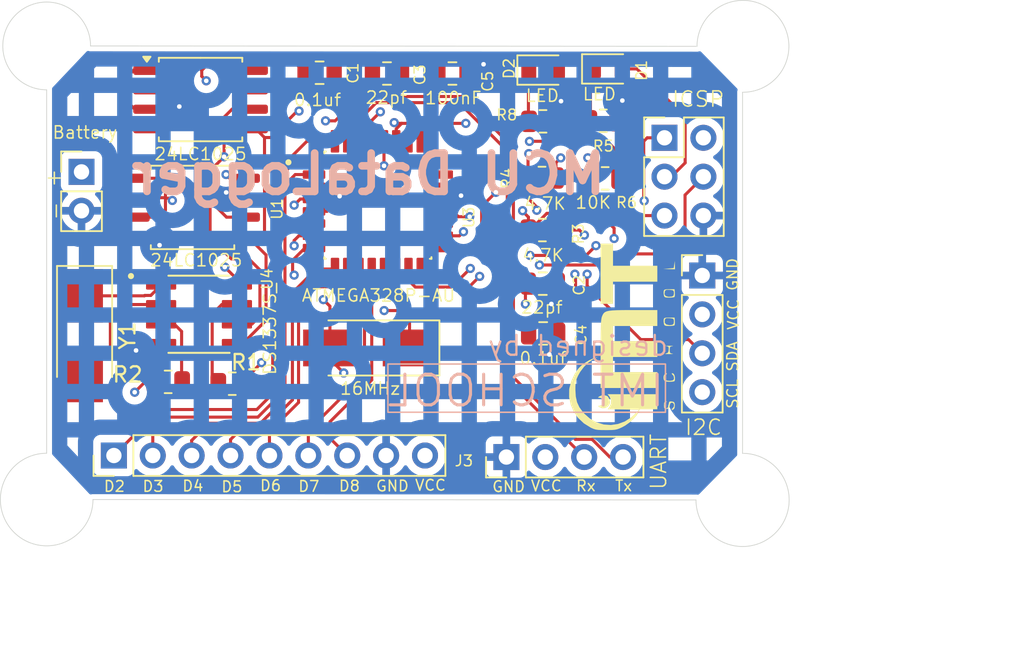
<source format=kicad_pcb>
(kicad_pcb (version 20240108) (generator "pcbnew") (generator_version "8.0")
  (layers (0 "F.Cu" mixed) (1 "In1.Cu" mixed) (2 "In2.Cu" mixed) (31 "B.Cu" mixed) (34 "B.Paste" user) (35 "F.Paste" user) (36 "B.SilkS" user "B.Silkscreen") (37 "F.SilkS" user "F.Silkscreen") (38 "B.Mask" user) (39 "F.Mask" user) (44 "Edge.Cuts" user))
  (net 0 "")
  (net 1 "GND")
  (net 2 "/Vcc")
  (net 3 "/SCL")
  (net 4 "/SDA")
  (net 5 "/Tx")
  (net 6 "/Rx")
  (net 7 "/D4")
  (net 8 "/D8")
  (net 9 "/D7")
  (net 10 "/D2")
  (net 11 "/D5")
  (net 12 "/D6")
  (net 13 "/D3")
  (net 14 "/MISO")
  (net 15 "/MOSI")
  (net 16 "/RESET")
  (net 26 "Net-(D1-K)")
  (net 27 "Net-(D2-K)")
  (net 28 "Net-(U4-~{INTA})")
  (net 29 "Net-(U4-SQW{slash}~INT)")
  (net 30 "Net-(U3-PB6)")
  (net 31 "Net-(U3-PB7)")
  (net 32 "Net-(U3-AREF)")
  (net 33 "/x2")
  (net 34 "/x1")
  (net 35 "/SCK")
  (footprint "Package_SO:SOIC-8_5.23x5.23mm_P1.27mm" (layer "F.Cu") (at 126.815 80.59)
    (property "Reference" "U2" (hide yes))
    (property "Value" "24LC1025")
  )
  (footprint "Package_SO:SOIC-8_5.23x5.23mm_P1.27mm" (layer "F.Cu") (at 126.2925 87.6375)
    (property "Reference" "U1")
    (property "Value" "24LC1025")
  )
  (footprint "Capacitor_SMD:C_0805_2012Metric" (layer "F.Cu") (at 134.59 78.84)
    (property "Reference" "C1")
    (property "Value" "0.1uf")
  )
  (footprint "Connector_PinHeader_2.54mm:PinHeader_1x09_P2.54mm_Vertical" (layer "F.Cu") (at 121.155 103.84 90)
    (property "Reference" "J3")
    (property "Value" "Conn_01x09_Pin" (hide yes))
  )
  (footprint "logo_Footprints:IMT_LOGO2" (layer "F.Cu") (at 154.332258 96.249112 90)
    (property "Reference" "G***" (hide yes))
    (property "Value" "LOGO" (hide yes))
  )
  (footprint "Resistor_SMD:R_0805_2012Metric" (layer "F.Cu") (at 153.24 85.74)
    (property "Reference" "R6")
    (property "Value" "10K")
  )
  (footprint "Crystal:Crystal_SMD_5032-2Pin_5.0x3.2mm_HandSoldering" (layer "F.Cu") (at 119.24 96.01 -90)
    (property "Reference" "Y1")
    (property "Value" "32.768KHz")
  )
  (footprint "MountingHole:MountingHole_2.1mm" (layer "F.Cu") (at 162.29 106.715)
    (property "Reference" "H4" (hide yes))
    (property "Value" "MountingHole" (hide yes))
  )
  (footprint "Resistor_SMD:R_0805_2012Metric" (layer "F.Cu") (at 149.18 82.015)
    (property "Reference" "R8")
    (property "Value" "330")
  )
  (footprint "Resistor_SMD:R_0805_2012Metric" (layer "F.Cu") (at 124.7 99.03 180)
    (property "Reference" "R2")
    (property "Value" "10")
  )
  (footprint "footprints:QFP80P900X900X120-32N" (layer "F.Cu") (at 138.395 87.49)
    (property "Reference" "U3")
    (property "Value" "ATMEGA328P-AU")
  )
  (footprint "footprints:SOIC127P600X175-8N" (layer "F.Cu") (at 126.715 94.615)
    (property "Reference" "U4")
    (property "Value" "DS1337S_")
  )
  (footprint "MountingHole:MountingHole_2.1mm" (layer "F.Cu") (at 116.765 106.715)
    (property "Reference" "H3" (hide yes))
    (property "Value" "MountingHole" (hide yes))
  )
  (footprint "Capacitor_SMD:C_0805_2012Metric" (layer "F.Cu") (at 143.265 78.89)
    (property "Reference" "C5")
    (property "Value" "100nF")
  )
  (footprint "Resistor_SMD:R_0805_2012Metric" (layer "F.Cu") (at 149.14 89.115 180)
    (property "Reference" "R3")
    (property "Value" "4.7K")
  )
  (footprint "Connector_PinHeader_2.54mm:PinHeader_2x03_P2.54mm_Vertical" (layer "F.Cu") (at 157.115 83.09)
    (property "Reference" "J4" (hide yes))
    (property "Value" "Conn_02x03_Odd_Even" (hide yes))
  )
  (footprint "Crystal:Crystal_SMD_5032-2Pin_5.0x3.2mm_HandSoldering" (layer "F.Cu") (at 137.865 96.815 180)
    (property "Reference" "Y2" (hide yes))
    (property "Value" "16MHz")
  )
  (footprint "Capacitor_SMD:C_0805_2012Metric" (layer "F.Cu") (at 138.99 78.89)
    (property "Reference" "C3")
    (property "Value" "22pf")
  )
  (footprint "Resistor_SMD:R_0805_2012Metric" (layer "F.Cu") (at 149.115 85.715 180)
    (property "Reference" "R4")
    (property "Value" "4.7K")
  )
  (footprint "MountingHole:MountingHole_2.1mm" (layer "F.Cu") (at 116.765 77.115)
    (property "Reference" "H1" (hide yes))
    (property "Value" "MountingHole" (hide yes))
  )
  (footprint "Capacitor_SMD:C_0805_2012Metric" (layer "F.Cu") (at 149.19 95.865 180)
    (property "Reference" "C4")
    (property "Value" "0.1uf")
  )
  (footprint "Capacitor_SMD:C_0805_2012Metric" (layer "F.Cu") (at 149.165 92.615 180)
    (property "Reference" "C2")
    (property "Value" "22pf")
  )
  (footprint "MountingHole:MountingHole_2.1mm" (layer "F.Cu") (at 162.265 77.14)
    (property "Reference" "H2" (hide yes))
    (property "Value" "MountingHole" (hide yes))
  )
  (footprint "LED_SMD:LED_0805_2012Metric" (layer "F.Cu") (at 153.415 78.59)
    (property "Reference" "D1")
    (property "Value" "LED")
  )
  (footprint "Resistor_SMD:R_0805_2012Metric" (layer "F.Cu") (at 153.12 81.98 180)
    (property "Reference" "R5")
    (property "Value" "330")
  )
  (footprint "Connector_PinHeader_2.54mm:PinHeader_1x02_P2.54mm_Vertical" (layer "F.Cu") (at 119.04 85.315)
    (property "Reference" "BT1" (hide yes))
    (property "Value" "Battery")
  )
  (footprint "LED_SMD:LED_0805_2012Metric" (layer "F.Cu") (at 149.19 78.665)
    (property "Reference" "D2")
    (property "Value" "LED")
  )
  (footprint "Connector_PinHeader_2.54mm:PinHeader_1x04_P2.54mm_Vertical" (layer "F.Cu") (at 159.5825 92.0825)
    (property "Reference" "J1" (hide yes))
    (property "Value" "Conn_01x04_Pin" (hide yes))
  )
  (footprint "Connector_PinHeader_2.54mm:PinHeader_1x04_P2.54mm_Vertical" (layer "F.Cu") (at 146.79 103.94 90)
    (property "Reference" "J2" (hide yes))
    (property "Value" "Conn_01x04_Pin" (hide yes))
  )
  (footprint "Resistor_SMD:R_0805_2012Metric" (layer "F.Cu") (at 128.885 99.15)
    (property "Reference" "R1")
    (property "Value" "10")
  )
  (gr_rect (start 139.0525 97.865) (end 157.1775 101.015) (stroke (width 0.1)) (fill none) (layer "B.SilkS"))
  (gr_arc (start 119.788346 106.715) (mid 114.627172 108.852828) (end 116.765 103.691654) (stroke (width 0.05)) (layer "Edge.Cuts"))
  (gr_line (start 116.765 79.955745) (end 116.765 103.691654) (stroke (width 0.05)) (layer "Edge.Cuts"))
  (gr_arc (start 116.765 79.955745) (mid 114.738612 75.063612) (end 119.630745 77.09) (stroke (width 0.05)) (layer "Edge.Cuts"))
  (gr_line (start 162.215 80.115) (end 162.215 103.697592) (stroke (width 0.05)) (layer "Edge.Cuts"))
  (gr_arc (start 162.215 103.697592) (mid 164.366307 108.891307) (end 159.172592 106.74) (stroke (width 0.05)) (layer "Edge.Cuts"))
  (gr_arc (start 159.239896 77.115) (mid 164.370214 75.002463) (end 162.215 80.115) (stroke (width 0.05)) (layer "Edge.Cuts"))
  (gr_line (start 119.788346 106.715) (end 159.172592 106.74) (stroke (width 0.05)) (layer "Edge.Cuts"))
  (gr_line (start 119.630745 77.09) (end 159.239896 77.115) (stroke (width 0.05)) (layer "Edge.Cuts"))
  (gr_text "IMT SCHOOL" (at 148.065 99.615 0) (layer "B.SilkS") (effects (font (size 2 2) (thickness 0.2)) (justify mirror)))
  (gr_text "MCU DataLogger" (at 153.525 86.92 0) (layer "B.SilkS") (effects (font (size 2.5 2.5) (thickness 0.5) (bold yes)) (justify left bottom mirror)))
  (gr_text "designed by " (at 157.4475 95.9075 0) (layer "B.SilkS") (effects (font (size 1.3 1.3)) (justify left top mirror)))
  (gr_text "SDA\n" (at 161.97 98.415 90) (layer "F.SilkS") (effects (font (size 0.7 0.7) (thickness 0.1)) (justify left bottom)))
  (gr_text "Rx" (at 151.28 106.23 0) (layer "F.SilkS") (effects (font (size 0.7 0.7) (thickness 0.1)) (justify left bottom)))
  (gr_text "D8" (at 135.79 106.24 0) (layer "F.SilkS") (effects (font (size 0.7 0.7) (thickness 0.1)) (justify left bottom)))
  (gr_text "UART" (at 157.315 106.145 90) (layer "F.SilkS") (effects (font (size 1 1) (thickness 0.1)) (justify left bottom)))
  (gr_text "D3" (at 122.965 106.265 0) (layer "F.SilkS") (effects (font (size 0.7 0.7) (thickness 0.1)) (justify left bottom)))
  (gr_text "GND\n" (at 161.97 93.14 90) (layer "F.SilkS") (effects (font (size 0.7 0.7) (thickness 0.1)) (justify left bottom)))
  (gr_text "I2C" (at 158.385 102.585 0) (layer "F.SilkS") (effects (font (size 1 1) (thickness 0.1)) (justify left bottom)))
  (gr_text "D6" (at 130.64 106.215 0) (layer "F.SilkS") (effects (font (size 0.7 0.7) (thickness 0.1)) (justify left bottom)))
  (gr_text "VCC" (at 148.33 106.23 0) (layer "F.SilkS") (effects (font (size 0.7 0.7) (thickness 0.1)) (justify left bottom)))
  (gr_text "GND\n" (at 145.805 106.28 0) (layer "F.SilkS") (effects (font (size 0.7 0.7) (thickness 0.1)) (justify left bottom)))
  (gr_text "GND" (at 138.215 106.24 0) (layer "F.SilkS") (effects (font (size 0.7 0.7) (thickness 0.1)) (justify left bottom)))
  (gr_text "-" (at 117.905 88.55 90) (layer "F.SilkS") (effects (font (size 1 1) (thickness 0.1)) (justify left bottom)))
  (gr_text "D5" (at 128.115 106.29 0) (layer "F.SilkS") (effects (font (size 0.7 0.7) (thickness 0.1)) (justify left bottom)))
  (gr_text "SCL\n" (at 161.97 100.84 90) (layer "F.SilkS") (effects (font (size 0.7 0.7) (thickness 0.1)) (justify left bottom)))
  (gr_text "VCC" (at 140.765 106.19 0) (layer "F.SilkS") (effects (font (size 0.7 0.7) (thickness 0.1)) (justify left bottom)))
  (gr_text "D4" (at 125.565 106.24 0) (layer "F.SilkS") (effects (font (size 0.7 0.7) (thickness 0.1)) (justify left bottom)))
  (gr_text "ICSP" (at 157.54 81.15 0) (layer "F.SilkS") (effects (font (size 1 1) (thickness 0.1)) (justify left bottom)))
  (gr_text "VCC" (at 162.02 95.69 90) (layer "F.SilkS") (effects (font (size 0.7 0.7) (thickness 0.1)) (justify left bottom)))
  (gr_text "+" (at 116.58 86.225 0) (layer "F.SilkS") (effects (font (size 1 1) (thickness 0.1)) (justify left bottom)))
  (gr_text "D2" (at 120.44 106.265 0) (layer "F.SilkS") (effects (font (size 0.7 0.7) (thickness 0.1)) (justify left bottom)))
  (gr_text "D7" (at 133.14 106.265 0) (layer "F.SilkS") (effects (font (size 0.7 0.7) (thickness 0.1)) (justify left bottom)))
  (gr_text "Tx" (at 153.83 106.23 0) (layer "F.SilkS") (effects (font (size 0.7 0.7) (thickness 0.1)) (justify left bottom)))
  (segment (start 150.115 92.615) (end 150.115 93.555) (width 0.2) (layer "F.Cu") (net 1))
  (segment (start 135.7475 87.0525) (end 135.8975 86.9025) (width 0.2) (layer "F.Cu") (net 1))
  (segment (start 126.9525 81.0475) (end 125.4275 81.0475) (width 0.2) (layer "F.Cu") (net 1))
  (segment (start 135.075 87.89) (end 134.225 87.89) (width 0.2) (layer "F.Cu") (net 1))
  (segment (start 122.6925 89.5425) (end 123.5775 89.5425) (width 0.2) (layer "F.Cu") (net 1))
  (segment (start 130.415 79.955) (end 128.045 79.955) (width 0.2) (layer "F.Cu") (net 1))
  (segment (start 142.565 87.09) (end 143.605 87.09) (width 0.2) (layer "F.Cu") (net 1))
  (segment (start 124.7375 81.1525) (end 124.7375 81.9825) (width 0.2) (layer "F.Cu") (net 1))
  (segment (start 129.8925 87.0025) (end 128.8325 87.0025) (width 0.2) (layer "F.Cu") (net 1))
  (segment (start 124.7375 81.1525) (end 125.3225 81.1525) (width 0.2) (layer "F.Cu") (net 1))
  (segment (start 154.3625 80.6575) (end 154.0325 80.9875) (width 0.2) (layer "F.Cu") (net 1))
  (segment (start 125.3225 81.1525) (end 125.4275 81.0475) (width 0.2) (layer "F.Cu") (net 1))
  (segment (start 143.605 87.09) (end 143.8275 86.8675) (width 0.2) (layer "F.Cu") (net 1))
  (segment (start 136.975 79.955) (end 138.04 78.89) (width 0.2) (layer "F.Cu") (net 1))
  (segment (start 150.0925 80.9625) (end 150.0925 82.015) (width 0.2) (layer "F.Cu") (net 1))
  (segment (start 135.4075 87.0525) (end 135.4075 87.5575) (width 0.2) (layer "F.Cu") (net 1))
  (segment (start 144.695 78.89) (end 145.2975 78.2875) (width 0.2) (layer "F.Cu") (net 1))
  (segment (start 130.415 79.955) (end 134.425 79.955) (width 0.2) (layer "F.Cu") (net 1))
  (segment (start 150.14 95.865) (end 150.14 96.7) (width 0.2) (layer "F.Cu") (net 1))
  (segment (start 154.0325 81.895) (end 154.1025 81.965) (width 0.2) (layer "F.Cu") (net 1))
  (segment (start 124.24 96.52) (end 123.06 96.52) (width 0.2) (layer "F.Cu") (net 1))
  (segment (start 123.215 79.955) (end 124.2 79.955) (width 0.2) (layer "F.Cu") (net 1))
  (segment (start 135.4075 87.5575) (end 135.075 87.89) (width 0.2) (layer "F.Cu") (net 1))
  (segment (start 135.4075 87.0525) (end 135.7475 87.0525) (width 0.2) (layer "F.Cu") (net 1))
  (segment (start 134.425 79.955) (end 136.975 79.955) (width 0.2) (layer "F.Cu") (net 1))
  (segment (start 124.2 79.955) (end 124.7375 80.4925) (width 0.2) (layer "F.Cu") (net 1))
  (segment (start 150.3575 80.6975) (end 150.0925 80.9625) (width 0.2) (layer "F.Cu") (net 1))
  (segment (start 124.7375 80.4925) (end 124.7375 81.1525) (width 0.2) (layer "F.Cu") (net 1))
  (segment (start 134.425 79.955) (end 135.54 78.84) (width 0.2) (layer "F.Cu") (net 1))
  (segment (start 150.115 93.555) (end 149.7275 93.9425) (width 0.2) (layer "F.Cu") (net 1))
  (segment (start 144.215 78.89) (end 144.695 78.89) (width 0.2) (layer "F.Cu") (net 1))
  (segment (start 135.4075 86.5625) (end 135.4075 87.0525) (width 0.2) (layer "F.Cu") (net 1))
  (segment (start 123.06 96.52) (end 122.6025 96.9775) (width 0.2) (layer "F.Cu") (net 1))
  (segment (start 128.8325 87.0025) (end 128.4875 86.6575) (width 0.2) (layer "F.Cu") (net 1))
  (segment (start 124.225 82.495) (end 123.215 82.495) (width 0.2) (layer "F.Cu") (net 1))
  (segment (start 124.7375 81.9825) (end 124.225 82.495) (width 0.2) (layer "F.Cu") (net 1))
  (segment (start 135.135 86.29) (end 135.4075 86.5625) (width 0.2) (layer "F.Cu") (net 1))
  (segment (start 150.14 96.7) (end 149.5975 97.2425) (width 0.2) (layer "F.Cu") (net 1))
  (segment (start 128.045 79.955) (end 126.9525 81.0475) (width 0.2) (layer "F.Cu") (net 1))
  (segment (start 134.225 86.29) (end 135.135 86.29) (width 0.2) (layer "F.Cu") (net 1))
  (segment (start 123.5775 89.5425) (end 124.1375 90.1025) (width 0.2) (layer "F.Cu") (net 1))
  (segment (start 154.0325 80.9875) (end 154.0325 81.895) (width 0.2) (layer "F.Cu") (net 1))
  (via (at 149.5975 97.2425) (size 0.6) (drill 0.3) (layers "F.Cu" "B.Cu") (net 1))
  (via (at 149.7275 93.9425) (size 0.6) (drill 0.3) (layers "F.Cu" "B.Cu") (net 1))
  (via (at 143.8275 86.8675) (size 0.6) (drill 0.3) (layers "F.Cu" "B.Cu") (net 1))
  (via (at 124.1375 90.1025) (size 0.6) (drill 0.3) (layers "F.Cu" "B.Cu") (net 1))
  (via (at 122.6025 96.9775) (size 0.6) (drill 0.3) (layers "F.Cu" "B.Cu") (net 1))
  (via (at 125.4275 81.0475) (size 0.6) (drill 0.3) (layers "F.Cu" "B.Cu") (net 1))
  (via (at 150.3575 80.6975) (size 0.6) (drill 0.3) (layers "F.Cu" "B.Cu") (net 1))
  (via (at 128.4875 86.6575) (size 0.6) (drill 0.3) (layers "F.Cu" "B.Cu") (net 1))
  (via (at 154.3625 80.6575) (size 0.6) (drill 0.3) (layers "F.Cu" "B.Cu") (net 1))
  (via (at 145.2975 78.2875) (size 0.6) (drill 0.3) (layers "F.Cu" "B.Cu") (net 1))
  (via (at 135.8975 86.9025) (size 0.6) (drill 0.3) (layers "F.Cu" "B.Cu") (net 1))
  (segment (start 124.5225 86.3025) (end 124.5225 87.0325) (width 0.2) (layer "F.Cu") (net 2))
  (segment (start 122.6925 85.7325) (end 123.9525 85.7325) (width 0.2) (layer "F.Cu") (net 2))
  (segment (start 130.415 78.685) (end 130.8625 78.2375) (width 0.2) (layer "F.Cu") (net 2))
  (segment (start 142.755 77.665) (end 149.1275 77.665) (width 0.2) (layer "F.Cu") (net 2))
  (segment (start 151.555 89.115) (end 151.8825 89.4425) (width 0.2) (layer "F.Cu") (net 2))
  (segment (start 142.315 78.89) (end 142.315 78.105) (width 0.2) (layer "F.Cu") (net 2))
  (segment (start 134.8025 77.6775) (end 133.64 78.84) (width 0.2) (layer "F.Cu") (net 2))
  (segment (start 130.8 97.775) (end 129.7775 98.7975) (width 0.2) (layer "F.Cu") (net 2))
  (segment (start 126.44 78.2325) (end 126.8925 78.685) (width 0.2) (layer "F.Cu") (net 2))
  (segment (start 126.8925 78.685) (end 127.34 78.2375) (width 0.2) (layer "F.Cu") (net 2))
  (segment (start 126.8925 79.0725) (end 127.1875 79.3675) (width 0.2) (layer "F.Cu") (net 2))
  (segment (start 132.9275 87.4875) (end 133.325 87.09) (width 0.2) (layer "F.Cu") (net 2))
  (segment (start 124.8225 87.0325) (end 124.9725 87.1825) (width 0.2) (layer "F.Cu") (net 2))
  (segment (start 122.6925 87.0025) (end 124.4925 87.0025) (width 0.2) (layer "F.Cu") (net 2))
  (segment (start 128.7225 85.7325) (end 128.4775 85.4875) (width 0.2) (layer "F.Cu") (net 2))
  (segment (start 122.445 78.685) (end 121.8375 79.2925) (width 0.2) (layer "F.Cu") (net 2))
  (segment (start 124.5225 87.0325) (end 124.5225 87.8125) (width 0.2) (layer "F.Cu") (net 2))
  (segment (start 150.0275 84.7125) (end 150.0275 85.715) (width 0.2) (layer "F.Cu") (net 2))
  (segment (start 133.0375 78.2375) (end 133.64 78.84) (width 0.2) (layer "F.Cu") (net 2))
  (segment (start 130.8625 78.2375) (end 133.0375 78.2375) (width 0.2) (layer "F.Cu") (net 2))
  (segment (start 133.325 87.09) (end 134.225 87.09) (width 0.2) (layer "F.Cu") (net 2))
  (segment (start 150.3375 84.4025) (end 150.0275 84.7125) (width 0.2) (layer "F.Cu") (net 2))
  (segment (start 142.315 78.105) (end 142.755 77.665) (width 0.2) (layer "F.Cu") (net 2))
  (segment (start 141.8875 77.6775) (end 134.8025 77.6775) (width 0.2) (layer "F.Cu") (net 2))
  (segment (start 143.72 89.49) (end 143.9875 89.2225) (width 0.2) (layer "F.Cu") (net 2))
  (segment (start 142.315 78.105) (end 141.8875 77.6775) (width 0.2) (layer "F.Cu") (net 2))
  (segment (start 123.215 78.685) (end 123.6675 78.2325) (width 0.2) (layer "F.Cu") (net 2))
  (segment (start 126.8925 78.685) (end 126.8925 79.0725) (width 0.2) (layer "F.Cu") (net 2))
  (segment (start 152.3275 84.6175) (end 152.3275 85.74) (width 0.2) (layer "F.Cu") (net 2))
  (segment (start 123.19 99.03) (end 122.5125 99.7075) (width 0.2) (layer "F.Cu") (net 2))
  (segment (start 129.8925 85.7325) (end 128.7225 85.7325) (width 0.2) (layer "F.Cu") (net 2))
  (segment (start 149.1275 77.665) (end 150.1275 78.665) (width 0.2) (layer "F.Cu") (net 2))
  (segment (start 150.0525 89.115) (end 151.555 89.115) (width 0.2) (layer "F.Cu") (net 2))
  (segment (start 129.9675 78.2375) (end 130.415 78.685) (width 0.2) (layer "F.Cu") (net 2))
  (segment (start 142.565 89.49) (end 143.72 89.49) (width 0.2) (layer "F.Cu") (net 2))
  (segment (start 127.34 78.2375) (end 129.9675 78.2375) (width 0.2) (layer "F.Cu") (net 2))
  (segment (start 129.19 92.325) (end 128.3975 91.5325) (width 0.2) (layer "F.Cu") (net 2))
  (segment (start 124.4925 87.0025) (end 124.5225 87.0325) (width 0.2) (layer "F.Cu") (net 2))
  (segment (start 124.5225 87.8125) (end 124.0625 88.2725) (width 0.2) (layer "F.Cu") (net 2))
  (segment (start 124.5225 87.0325) (end 124.8225 87.0325) (width 0.2) (layer "F.Cu") (net 2))
  (segment (start 122.525 81.225) (end 123.215 81.225) (width 0.2) (layer "F.Cu") (net 2))
  (segment (start 121.8375 80.5375) (end 122.525 81.225) (width 0.2) (layer "F.Cu") (net 2))
  (segment (start 123.6675 78.2325) (end 126.44 78.2325) (width 0.2) (layer "F.Cu") (net 2))
  (segment (start 129.19 92.71) (end 129.19 92.325) (width 0.2) (layer "F.Cu") (net 2))
  (segment (start 123.215 78.685) (end 122.445 78.685) (width 0.2) (layer "F.Cu") (net 2))
  (segment (start 152.1075 84.3975) (end 152.3275 84.6175) (width 0.2) (layer "F.Cu") (net 2))
  (segment (start 121.8375 79.2925) (end 121.8375 80.5375) (width 0.2) (layer "F.Cu") (net 2))
  (segment (start 123.7875 99.03) (end 123.19 99.03) (width 0.2) (layer "F.Cu") (net 2))
  (segment (start 129.7775 98.7975) (end 129.7775 99.215) (width 0.2) (layer "F.Cu") (net 2))
  (segment (start 123.9525 85.7325) (end 124.5225 86.3025) (width 0.2) (layer "F.Cu") (net 2))
  (segment (start 124.0625 88.2725) (end 122.6925 88.2725) (width 0.2) (layer "F.Cu") (net 2))
  (via (at 128.3975 91.5325) (size 0.6) (drill 0.3) (layers "F.Cu" "B.Cu") (net 2))
  (via (at 150.3375 84.4025) (size 0.6) (drill 0.3) (layers "F.Cu" "B.Cu") (net 2))
  (via (at 143.9875 89.2225) (size 0.6) (drill 0.3) (layers "F.Cu" "B.Cu") (net 2))
  (via (at 132.9275 87.4875) (size 0.6) (drill 0.3) (layers "F.Cu" "B.Cu") (net 2))
  (via (at 152.1075 84.3975) (size 0.6) (drill 0.3) (layers "F.Cu" "B.Cu") (net 2))
  (via (at 124.9725 87.1825) (size 0.6) (drill 0.3) (layers "F.Cu" "B.Cu") (net 2))
  (via (at 128.4775 85.4875) (size 0.6) (drill 0.3) (layers "F.Cu" "B.Cu") (net 2))
  (via (at 151.8825 89.4425) (size 0.6) (drill 0.3) (layers "F.Cu" "B.Cu") (net 2))
  (via (at 122.5125 99.7075) (size 0.6) (drill 0.3) (layers "F.Cu" "B.Cu") (net 2))
  (via (at 130.8 97.775) (size 0.6) (drill 0.3) (layers "F.Cu" "B.Cu") (net 2))
  (via (at 127.1875 79.3675) (size 0.6) (drill 0.3) (layers "F.Cu" "B.Cu") (net 2))
  (segment (start 128.3525 84.3275) (end 127.4375 85.2425) (width 0.2) (layer "F.Cu") (net 3))
  (segment (start 153.825 89.665) (end 153.825 88.995) (width 0.2) (layer "F.Cu") (net 3))
  (segment (start 153.825 88.995) (end 152.855 88.025) (width 0.2) (layer "F.Cu") (net 3))
  (segment (start 127.4375 85.2425) (end 127.4375 87.2) (width 0.2) (layer "F.Cu") (net 3))
  (segment (start 147.8475 87.8875) (end 148.2275 88.2675) (width 0.2) (layer "F.Cu") (net 3))
  (segment (start 130.175 95.25) (end 130.6925 94.7325) (width 0.2) (layer "F.Cu") (net 3))
  (segment (start 148.2275 88.2675) (end 148.2275 89.115) (width 0.2) (layer "F.Cu") (net 3))
  (segment (start 128.3525 81.7425) (end 128.3525 84.3275) (width 0.2) (layer "F.Cu") (net 3))
  (segment (start 127.4375 87.2) (end 128.51 88.2725) (width 0.2) (layer "F.Cu") (net 3))
  (segment (start 129.19 95.25) (end 130.175 95.25) (width 0.2) (layer "F.Cu") (net 3))
  (segment (start 152.855 88.025) (end 149.43 88.025) (width 0.2) (layer "F.Cu") (net 3))
  (segment (start 130.6925 91.7225) (end 129.9625 90.9925) (width 0.2) (layer "F.Cu") (net 3))
  (segment (start 138.795 84.915) (end 138.795 83.32) (width 0.2) (layer "F.Cu") (net 3))
  (segment (start 128.825 90.9925) (end 127.4375 89.605) (width 0.2) (layer "F.Cu") (net 3))
  (segment (start 128.51 88.2725) (end 129.8925 88.2725) (width 0.2) (layer "F.Cu") (net 3))
  (segment (start 148.34 89.115) (end 148.2275 89.115) (width 0.2) (layer "F.Cu") (net 3))
  (segment (start 129.9625 90.9925) (end 128.825 90.9925) (width 0.2) (layer "F.Cu") (net 3))
  (segment (start 130.415 81.225) (end 128.87 81.225) (width 0.2) (layer "F.Cu") (net 3))
  (segment (start 130.6925 94.7325) (end 130.6925 91.7225) (width 0.2) (layer "F.Cu") (net 3))
  (segment (start 138.7975 84.9175) (end 138.795 84.915) (width 0.2) (layer "F.Cu") (net 3))
  (segment (start 128.87 81.225) (end 128.3525 81.7425) (width 0.2) (layer "F.Cu") (net 3))
  (segment (start 127.4375 89.605) (end 127.4375 86.23) (width 0.2) (layer "F.Cu") (net 3))
  (segment (start 149.43 88.025) (end 148.34 89.115) (width 0.2) (layer "F.Cu") (net 3))
  (segment (start 147.8475 87.85) (end 147.8475 87.8875) (width 0.2) (layer "F.Cu") (net 3))
  (via (at 147.8475 87.85) (size 0.6) (drill 0.3) (layers "F.Cu" "B.Cu") (net 3))
  (via (at 138.7975 84.9175) (size 0.6) (drill 0.3) (layers "F.Cu" "B.Cu") (net 3))
  (via (at 128.3525 84.3275) (size 0.6) (drill 0.3) (layers "F.Cu" "B.Cu") (net 3))
  (via (at 153.825 89.665) (size 0.6) (drill 0.3) (layers "F.Cu" "B.Cu") (net 3))
  (segment (start 152.062503 92.762503) (end 155.5675 96.2675) (width 0.2) (layer "F.Cu") (net 4))
  (segment (start 133.1325 81.3425) (end 131.4025 83.0725) (width 0.2) (layer "F.Cu") (net 4))
  (segment (start 131.4025 83.0725) (end 130.9925 83.0725) (width 0.2) (layer "F.Cu") (net 4))
  (segment (start 129.19 96.52) (end 129.583106 96.52) (width 0.2) (layer "F.Cu") (net 4))
  (segment (start 148.2025 87.0425) (end 148.2025 85.715) (width 0.2) (layer "F.Cu") (net 4))
  (segment (start 139.5125 82.1475) (end 139.4625 82.0975) (width 0.2) (layer "F.Cu") (net 4))
  (segment (start 148.772483 87.612483) (end 148.2025 87.0425) (width 0.2) (layer "F.Cu") (net 4))
  (segment (start 139.9525 82.1475) (end 139.5125 82.1475) (width 0.2) (layer "F.Cu") (net 4))
  (segment (start 129.583106 96.52) (end 131.0925 95.010606) (width 0.2) (layer "F.Cu") (net 4))
  (segment (start 148.2025 85.715) (end 148.2025 84.1725) (width 0.2) (layer "F.Cu") (net 4))
  (segment (start 130.415 82.495) (end 130.9925 83.0725) (width 0.2) (layer "F.Cu") (net 4))
  (segment (start 130.692499 89.5425) (end 129.8925 89.5425) (width 0.2) (layer "F.Cu") (net 4))
  (segment (start 130.9925 89.242499) (end 130.692499 89.5425) (width 0.2) (layer "F.Cu") (net 4))
  (segment (start 131.0925 90.7425) (end 129.8925 89.5425) (width 0.2) (layer "F.Cu") (net 4))
  (segment (start 158.6875 96.2675) (end 159.59 97.17) (width 0.2) (layer "F.Cu") (net 4))
  (segment (start 131.0925 95.010606) (end 131.0925 90.7425) (width 0.2) (layer "F.Cu") (net 4))
  (segment (start 144.1375 82.1475) (end 139.9525 82.1475) (width 0.2) (layer "F.Cu") (net 4))
  (segment (start 148.2025 84.1725) (end 148.2525 84.1225) (width 0.2) (layer "F.Cu") (net 4))
  (segment (start 139.9525 82.1475) (end 139.595 82.505) (width 0.2) (layer "F.Cu") (net 4))
  (segment (start 130.9925 83.0725) (end 130.9925 89.242499) (width 0.2) (layer "F.Cu") (net 4))
  (segment (start 139.595 82.505) (end 139.595 83.32) (width 0.2) (layer "F.Cu") (net 4))
  (segment (start 155.5675 96.2675) (end 158.6875 96.2675) (width 0.2) (layer "F.Cu") (net 4))
  (segment (start 152.062503 91.9975) (end 152.062503 92.762503) (width 0.2) (layer "F.Cu") (net 4))
  (segment (start 133.2475 81.3425) (end 133.1325 81.3425) (width 0.2) (layer "F.Cu") (net 4))
  (segment (start 148.772483 87.822058) (end 148.772483 87.612483) (width 0.2) (layer "F.Cu") (net 4))
  (via (at 133.2475 81.3425) (size 0.6) (drill 0.3) (layers "F.Cu" "B.Cu") (net 4))
  (via (at 152.062503 91.9975) (size 0.6) (drill 0.3) (layers "F.Cu" "B.Cu") (net 4))
  (via (at 148.2525 84.1225) (size 0.6) (drill 0.3) (layers "F.Cu" "B.Cu") (net 4))
  (via (at 148.772483 87.822058) (size 0.6) (drill 0.3) (layers "F.Cu" "B.Cu") (net 4))
  (via (at 139.4625 82.0975) (size 0.6) (drill 0.3) (layers "F.Cu" "B.Cu") (net 4))
  (via (at 144.1375 82.1475) (size 0.6) (drill 0.3) (layers "F.Cu" "B.Cu") (net 4))
  (segment (start 151.2925 102.7825) (end 152.3875 102.7825) (width 0.2) (layer "F.Cu") (net 5))
  (segment (start 152.3875 102.7825) (end 153.545 103.94) (width 0.2) (layer "F.Cu") (net 5))
  (segment (start 153.545 103.94) (end 154.41 103.94) (width 0.2) (layer "F.Cu") (net 5))
  (segment (start 136.395 82.470392) (end 136.3925 82.467892) (width 0.2) (layer "F.Cu") (net 5))
  (segment (start 137.9275 80.3925) (end 143.9025 80.3925) (width 0.2) (layer "F.Cu") (net 5))
  (segment (start 136.3925 81.9275) (end 137.9275 80.3925) (width 0.2) (layer "F.Cu") (net 5))
  (segment (start 147.2475 83.7375) (end 147.2475 98.7375) (width 0.2) (layer "F.Cu") (net 5))
  (segment (start 147.2475 98.7375) (end 151.2925 102.7825) (width 0.2) (layer "F.Cu") (net 5))
  (segment (start 143.9025 80.3925) (end 147.2475 83.7375) (width 0.2) (layer "F.Cu") (net 5))
  (segment (start 136.3925 82.467892) (end 136.3925 81.9275) (width 0.2) (layer "F.Cu") (net 5))
  (segment (start 136.395 83.32) (end 136.395 82.470392) (width 0.2) (layer "F.Cu") (net 5))
  (segment (start 137.195 81.895) (end 137.195 83.32) (width 0.2) (layer "F.Cu") (net 6))
  (segment (start 143.6875 80.7925) (end 138.2975 80.7925) (width 0.2) (layer "F.Cu") (net 6))
  (segment (start 151.87 103.94) (end 146.8475 98.9175) (width 0.2) (layer "F.Cu") (net 6))
  (segment (start 146.8475 83.9525) (end 143.6875 80.7925) (width 0.2) (layer "F.Cu") (net 6))
  (segment (start 138.2975 80.7925) (end 137.195 81.895) (width 0.2) (layer "F.Cu") (net 6))
  (segment (start 146.8475 98.9175) (end 146.8475 83.9525) (width 0.2) (layer "F.Cu") (net 6))
  (segment (start 130.726128 101.7325) (end 132.3275 100.131128) (width 0.2) (layer "F.Cu") (net 7))
  (segment (start 126.235 102.855) (end 127.3575 101.7325) (width 0.2) (layer "F.Cu") (net 7))
  (segment (start 126.235 103.84) (end 126.235 102.855) (width 0.2) (layer "F.Cu") (net 7))
  (segment (start 133 85.49) (end 134.225 85.49) (width 0.2) (layer "F.Cu") (net 7))
  (segment (start 132.3275 86.1625) (end 133 85.49) (width 0.2) (layer "F.Cu") (net 7))
  (segment (start 132.3275 100.131128) (end 132.3275 86.1625) (width 0.2) (layer "F.Cu") (net 7))
  (segment (start 127.3575 101.7325) (end 130.726128 101.7325) (width 0.2) (layer "F.Cu") (net 7))
  (segment (start 137.995 98.91) (end 137.995 91.66) (width 0.2) (layer "F.Cu") (net 8))
  (segment (start 135.2725 102.7175) (end 135.2725 101.6325) (width 0.2) (layer "F.Cu") (net 8))
  (segment (start 135.2725 101.6325) (end 137.995 98.91) (width 0.2) (layer "F.Cu") (net 8))
  (segment (start 136.395 103.84) (end 135.2725 102.7175) (width 0.2) (layer "F.Cu") (net 8))
  (segment (start 137.5225 98.5475) (end 137.5225 93.0375) (width 0.2) (layer "F.Cu") (net 9))
  (segment (start 133.855 102.215) (end 137.5225 98.5475) (width 0.2) (layer "F.Cu") (net 9))
  (segment (start 137.5225 93.0375) (end 137.195 92.71) (width 0.2) (layer "F.Cu") (net 9))
  (segment (start 137.195 92.71) (end 137.195 91.66) (width 0.2) (layer "F.Cu") (net 9))
  (segment (start 133.855 103.84) (end 133.855 102.215) (width 0.2) (layer "F.Cu") (net 9))
  (segment (start 131.5275 99.799756) (end 131.5275 85.546814) (width 0.2) (layer "F.Cu") (net 10))
  (segment (start 121.155 103.84) (end 124.1575 100.8375) (width 0.2) (layer "F.Cu") (net 10))
  (segment (start 133.754314 83.32) (end 135.595 83.32) (width 0.2) (layer "F.Cu") (net 10))
  (segment (start 130.489756 100.8375) (end 131.5275 99.799756) (width 0.2) (layer "F.Cu") (net 10))
  (segment (start 124.1575 100.8375) (end 130.489756 100.8375) (width 0.2) (layer "F.Cu") (net 10))
  (segment (start 131.5275 85.546814) (end 133.754314 83.32) (width 0.2) (layer "F.Cu") (net 10))
  (segment (start 129.3675 102.2025) (end 130.821814 102.2025) (width 0.2) (layer "F.Cu") (net 11))
  (segment (start 132.815 93.215) (end 134.37 91.66) (width 0.2) (layer "F.Cu") (net 11))
  (segment (start 128.775 102.795) (end 129.3675 102.2025) (width 0.2) (layer "F.Cu") (net 11))
  (segment (start 132.815 100.209314) (end 132.815 93.215) (width 0.2) (layer "F.Cu") (net 11))
  (segment (start 130.821814 102.2025) (end 132.815 100.209314) (width 0.2) (layer "F.Cu") (net 11))
  (segment (start 128.775 103.84) (end 128.775 102.795) (width 0.2) (layer "F.Cu") (net 11))
  (segment (start 134.37 91.66) (end 135.595 91.66) (width 0.2) (layer "F.Cu") (net 11))
  (segment (start 136.0875 92.8175) (end 136.395 92.51) (width 0.2) (layer "F.Cu") (net 12))
  (segment (start 131.315 102.275) (end 133.215 100.375) (width 0.2) (layer "F.Cu") (net 12))
  (segment (start 133.9825 92.8175) (end 136.0875 92.8175) (width 0.2) (layer "F.Cu") (net 12))
  (segment (start 133.215 93.585) (end 133.9825 92.8175) (width 0.2) (layer "F.Cu") (net 12))
  (segment (start 133.215 100.375) (end 133.215 93.585) (width 0.2) (layer "F.Cu") (net 12))
  (segment (start 131.315 103.84) (end 131.315 102.275) (width 0.2) (layer "F.Cu") (net 12))
  (segment (start 136.395 92.51) (end 136.395 91.66) (width 0.2) (layer "F.Cu") (net 12))
  (segment (start 124.5325 101.3325) (end 130.560442 101.3325) (width 0.2) (layer "F.Cu") (net 13))
  (segment (start 123.695 102.17) (end 124.5325 101.3325) (width 0.2) (layer "F.Cu") (net 13))
  (segment (start 131.9275 85.7125) (end 132.95 84.69) (width 0.2) (layer "F.Cu") (net 13))
  (segment (start 131.9275 99.965442) (end 131.9275 85.7125) (width 0.2) (layer "F.Cu") (net 13))
  (segment (start 130.560442 101.3325) (end 131.9275 99.965442) (width 0.2) (layer "F.Cu") (net 13))
  (segment (start 132.95 84.69) (end 134.225 84.69) (width 0.2) (layer "F.Cu") (net 13))
  (segment (start 123.695 103.84) (end 123.695 102.17) (width 0.2) (layer "F.Cu") (net 13))
  (segment (start 155.7575 87.1725) (end 155.7575 83.3175) (width 0.2) (layer "F.Cu") (net 14))
  (segment (start 151.9975 90.7725) (end 152.6375 90.1325) (width 0.2) (layer "F.Cu") (net 14))
  (segment (start 155.985 83.09) (end 157.115 83.09) (width 0.2) (layer "F.Cu") (net 14))
  (segment (start 155.7575 83.3175) (end 155.985 83.09) (width 0.2) (layer "F.Cu") (net 14))
  (segment (start 143.7475 92.3075) (end 141.8425 92.3075) (width 0.2) (layer "F.Cu") (net 14))
  (segment (start 148.3275 90.7725) (end 151.9975 90.7725) (width 0.2) (layer "F.Cu") (net 14))
  (segment (start 144.4325 91.6225) (end 143.7475 92.3075) (width 0.2) (layer "F.Cu") (net 14))
  (segment (start 155.79 87.205) (end 155.7575 87.1725) (width 0.2) (layer "F.Cu") (net 14))
  (segment (start 141.8425 92.3075) (end 141.195 91.66) (width 0.2) (layer "F.Cu") (net 14))
  (via (at 144.4325 91.6225) (size 0.6) (drill 0.3) (layers "F.Cu" "B.Cu") (net 14))
  (via (at 152.6375 90.1325) (size 0.6) (drill 0.3) (layers "F.Cu" "B.Cu") (net 14))
  (via (at 148.3275 90.7725) (size 0.6) (drill 0.3) (layers "F.Cu" "B.Cu") (net 14))
  (via (at 155.79 87.205) (size 0.6) (drill 0.3) (layers "F.Cu" "B.Cu") (net 14))
  (segment (start 140.8375 92.8375) (end 140.395 92.395) (width 0.2) (layer "F.Cu") (net 15))
  (segment (start 144.345093 92.8375) (end 140.8375 92.8375) (width 0.2) (layer "F.Cu") (net 15))
  (segment (start 140.395 92.395) (end 140.395 91.66) (width 0.2) (layer "F.Cu") (net 15))
  (segment (start 158.4575 89.4575) (end 158.4575 86.8275) (width 0.2) (layer "F.Cu") (net 15))
  (segment (start 148.9475 91.3975) (end 153.2875 91.3975) (width 0.2) (layer "F.Cu") (net 15))
  (segment (start 154.0125 90.6725) (end 157.2425 90.6725) (width 0.2) (layer "F.Cu") (net 15))
  (segment (start 157.2425 90.6725) (end 158.4575 89.4575) (width 0.2) (layer "F.Cu") (net 15))
  (segment (start 145.042509 92.140084) (end 144.345093 92.8375) (width 0.2) (layer "F.Cu") (net 15))
  (segment (start 153.2875 91.3975) (end 154.0125 90.6725) (width 0.2) (layer "F.Cu") (net 15))
  (segment (start 158.4575 86.8275) (end 159.655 85.63) (width 0.2) (layer "F.Cu") (net 15))
  (via (at 148.9475 91.3975) (size 0.6) (drill 0.3) (layers "F.Cu" "B.Cu") (net 15))
  (via (at 145.042509 92.140084) (size 0.6) (drill 0.3) (layers "F.Cu" "B.Cu") (net 15))
  (segment (start 154.1525 85.74) (end 154.1525 86.9125) (width 0.2) (layer "F.Cu") (net 16))
  (segment (start 148.302418 83.3175) (end 153.3675 83.3175) (width 0.2) (layer "F.Cu") (net 16))
  (segment (start 154.1525 84.1025) (end 154.1525 85.74) (width 0.2) (layer "F.Cu") (net 16))
  (segment (start 155.41 88.17) (end 157.115 88.17) (width 0.2) (layer "F.Cu") (net 16))
  (segment (start 148.296225 83.323693) (end 148.302418 83.3175) (width 0.2) (layer "F.Cu") (net 16))
  (segment (start 138.559265 81.3925) (end 137.995 81.956765) (width 0.2) (layer "F.Cu") (net 16))
  (segment (start 137.995 81.956765) (end 137.995 83.32) (width 0.2) (layer "F.Cu") (net 16))
  (segment (start 154.1525 86.9125) (end 155.41 88.17) (width 0.2) (layer "F.Cu") (net 16))
  (segment (start 153.3675 83.3175) (end 154.1525 84.1025) (width 0.2) (layer "F.Cu") (net 16))
  (via (at 148.296225 83.323693) (size 0.6) (drill 0.3) (layers "F.Cu" "B.Cu") (net 16))
  (via (at 138.559265 81.3925) (size 0.6) (drill 0.3) (layers "F.Cu" "B.Cu") (net 16))
  (segment (start 152.2775 78.79) (end 152.4775 78.59) (width 0.2) (layer "F.Cu") (net 26))
  (segment (start 152.2075 81.98) (end 152.2775 81.91) (width 0.2) (layer "F.Cu") (net 26))
  (segment (start 152.2775 81.91) (end 152.2775 78.79) (width 0.2) (layer "F.Cu") (net 26))
  (segment (start 148.2275 81.975) (end 148.2275 78.69) (width 0.2) (layer "F.Cu") (net 27))
  (segment (start 148.2275 78.69) (end 148.2525 78.665) (width 0.2) (layer "F.Cu") (net 27))
  (segment (start 148.2675 82.015) (end 148.2275 81.975) (width 0.2) (layer "F.Cu") (net 27))
  (segment (start 125.5775 98.995) (end 125.5775 95.7375) (width 0.2) (layer "F.Cu") (net 28))
  (segment (start 125.09 95.25) (end 124.24 95.25) (width 0.2) (layer "F.Cu") (net 28))
  (segment (start 125.6125 99.03) (end 125.5775 98.995) (width 0.2) (layer "F.Cu") (net 28))
  (segment (start 125.5775 95.7375) (end 125.09 95.25) (width 0.2) (layer "F.Cu") (net 28))
  (segment (start 127.575 94.61) (end 128.205 93.98) (width 0.2) (layer "F.Cu") (net 29))
  (segment (start 127.575 98.8375) (end 127.575 94.61) (width 0.2) (layer "F.Cu") (net 29))
  (segment (start 128.205 93.98) (end 129.19 93.98) (width 0.2) (layer "F.Cu") (net 29))
  (segment (start 127.9525 99.215) (end 127.575 98.8375) (width 0.2) (layer "F.Cu") (net 29))
  (segment (start 135.265 94.09) (end 134.8325 93.6575) (width 0.2) (layer "F.Cu") (net 30))
  (segment (start 148.0325 92.7975) (end 148.215 92.615) (width 0.2) (layer "F.Cu") (net 30))
  (segment (start 135.265 97.545) (end 135.265 96.815) (width 0.2) (layer "F.Cu") (net 30))
  (segment (start 132.9275 90.1425) (end 132.9275 89.7975) (width 0.2) (layer "F.Cu") (net 30))
  (segment (start 133.235 89.49) (end 134.225 89.49) (width 0.2) (layer "F.Cu") (net 30))
  (segment (start 132.9275 89.7975) (end 133.235 89.49) (width 0.2) (layer "F.Cu") (net 30))
  (segment (start 136.1675 98.4475) (end 135.265 97.545) (width 0.2) (layer "F.Cu") (net 30))
  (segment (start 148.0325 93.9475) (end 148.0325 92.7975) (width 0.2) (layer "F.Cu") (net 30))
  (segment (start 135.265 96.815) (end 135.265 94.09) (width 0.2) (layer "F.Cu") (net 30))
  (via (at 136.1675 98.4475) (size 0.6) (drill 0.3) (layers "F.Cu" "B.Cu") (net 30))
  (via (at 132.9275 90.1425) (size 0.6) (drill 0.3) (layers "F.Cu" "B.Cu") (net 30))
  (via (at 134.8325 93.6575) (size 0.6) (drill 0.3) (layers "F.Cu" "B.Cu") (net 30))
  (via (at 148.0325 93.9475) (size 0.6) (drill 0.3) (layers "F.Cu" "B.Cu") (net 30))
  (segment (start 133.629104 90.29) (end 134.225 90.29) (width 0.2) (layer "F.Cu") (net 31))
  (segment (start 132.8275 91.091604) (end 133.629104 90.29) (width 0.2) (layer "F.Cu") (net 31))
  (segment (start 132.9275 92.0575) (end 132.8275 91.9575) (width 0.2) (layer "F.Cu") (net 31))
  (segment (start 140.1975 94.3725) (end 140.465 94.64) (width 0.2) (layer "F.Cu") (net 31))
  (segment (start 140.465 94.64) (end 140.465 96.815) (width 0.2) (layer "F.Cu") (net 31))
  (segment (start 135.6075 81.9825) (end 137.5975 79.9925) (width 0.2) (layer "F.Cu") (net 31))
  (segment (start 134.9775 81.9825) (end 135.6075 81.9825) (width 0.2) (layer "F.Cu") (net 31))
  (segment (start 137.5975 79.9925) (end 138.8375 79.9925) (width 0.2) (layer "F.Cu") (net 31))
  (segment (start 132.8275 91.9575) (end 132.8275 91.091604) (width 0.2) (layer "F.Cu") (net 31))
  (segment (start 138.8075 94.3725) (end 140.1975 94.3725) (width 0.2) (layer "F.Cu") (net 31))
  (segment (start 138.8375 79.9925) (end 139.94 78.89) (width 0.2) (layer "F.Cu") (net 31))
  (via (at 138.8075 94.3725) (size 0.6) (drill 0.3) (layers "F.Cu" "B.Cu") (net 31))
  (via (at 132.9275 92.0575) (size 0.6) (drill 0.3) (layers "F.Cu" "B.Cu") (net 31))
  (via (at 134.9775 81.9825) (size 0.6) (drill 0.3) (layers "F.Cu" "B.Cu") (net 31))
  (segment (start 143.6525 88.2425) (end 143.3 87.89) (width 0.2) (layer "F.Cu") (net 32))
  (segment (start 151.3075 92.0425) (end 151.3075 94.3175) (width 0.2) (layer "F.Cu") (net 32))
  (segment (start 151.2625 91.9975) (end 151.3075 92.0425) (width 0.2) (layer "F.Cu") (net 32))
  (segment (start 144.3925 88.2425) (end 143.6525 88.2425) (width 0.2) (layer "F.Cu") (net 32))
  (segment (start 143.3 87.89) (end 142.565 87.89) (width 0.2) (layer "F.Cu") (net 32))
  (segment (start 151.3075 94.3175) (end 151.0725 94.5525) (width 0.2) (layer "F.Cu") (net 32))
  (segment (start 149.5525 94.5525) (end 148.24 95.865) (width 0.2) (layer "F.Cu") (net 32))
  (segment (start 151.0725 94.5525) (end 149.5525 94.5525) (width 0.2) (layer "F.Cu") (net 32))
  (via (at 144.3925 88.2425) (size 0.6) (drill 0.3) (layers "F.Cu" "B.Cu") (net 32))
  (via (at 151.2625 91.9975) (size 0.6) (drill 0.3) (layers "F.Cu" "B.Cu") (net 32))
  (segment (start 119.24 98.61) (end 120.925 96.925) (width 0.2) (layer "F.Cu") (net 33))
  (segment (start 120.925 96.925) (end 120.925 95.18) (width 0.2) (layer "F.Cu") (net 33))
  (segment (start 120.925 95.18) (end 122.125 93.98) (width 0.2) (layer "F.Cu") (net 33))
  (segment (start 122.125 93.98) (end 124.24 93.98) (width 0.2) (layer "F.Cu") (net 33))
  (segment (start 119.265 93.09) (end 119.585 93.41) (width 0.2) (layer "F.Cu") (net 34))
  (segment (start 123.146894 93.41) (end 123.171894 93.385) (width 0.2) (layer "F.Cu") (net 34))
  (segment (start 123.171894 93.385) (end 123.565 93.385) (width 0.2) (layer "F.Cu") (net 34))
  (segment (start 123.565 93.385) (end 124.24 92.71) (width 0.2) (layer "F.Cu") (net 34))
  (segment (start 119.585 93.41) (end 123.146894 93.41) (width 0.2) (layer "F.Cu") (net 34))
  (segment (start 145.175 89.67) (end 144.555 90.29) (width 0.2) (layer "F.Cu") (net 35))
  (segment (start 144.555 90.29) (end 142.565 90.29) (width 0.2) (layer "F.Cu") (net 35))
  (segment (start 154.3525 78.59) (end 155.315 78.59) (width 0.2) (layer "F.Cu") (net 35))
  (segment (start 155.315 78.59) (end 158.465 81.74) (width 0.2) (layer "F.Cu") (net 35))
  (segment (start 145.175 87.575) (end 145.175 89.67) (width 0.2) (layer "F.Cu") (net 35))
  (segment (start 158.465 84.725) (end 157.56 85.63) (width 0.2) (layer "F.Cu") (net 35))
  (segment (start 157.56 85.63) (end 157.115 85.63) (width 0.2) (layer "F.Cu") (net 35))
  (segment (start 158.465 81.74) (end 158.465 84.725) (width 0.2) (layer "F.Cu") (net 35))
  (segment (start 146.1 86.65) (end 145.175 87.575) (width 0.2) (layer "F.Cu") (net 35))
  (via (at 146.1 86.65) (size 0.6) (drill 0.3) (layers "F.Cu" "B.Cu") (net 35))
  (zone (net 1) (net_name "GND") (layer "B.Cu") (connect_pads (clearance 0.5)) (min_thickness 0.25) (fill yes (mode hatch) (thermal_gap 0.5) (thermal_bridge_width 0.5) (hatch_thickness 1) (hatch_gap 1.5) (hatch_orientation 0) (hatch_border_algorithm hatch_thickness) (hatch_min_hole_area 0.3))
    (polygon (pts (xy 119.6275 77.1875) (xy 116.9275 80.0375) (xy 116.9525 103.5875) (xy 119.7675 106.5725) (xy 159.1625 106.5825) (xy 162.0275 103.6675) (xy 162.0775 80.0925) (xy 159.2475 77.2125)))
  )
)
</source>
